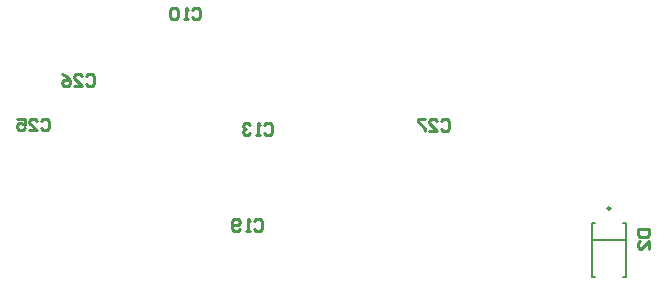
<source format=gbr>
G04*
G04 #@! TF.GenerationSoftware,Altium Limited,Altium Designer,24.6.1 (21)*
G04*
G04 Layer_Color=32896*
%FSLAX25Y25*%
%MOIN*%
G70*
G04*
G04 #@! TF.SameCoordinates,070BA572-D09E-44C5-9521-77B36399D436*
G04*
G04*
G04 #@! TF.FilePolarity,Positive*
G04*
G01*
G75*
%ADD10C,0.00984*%
%ADD13C,0.00787*%
%ADD17C,0.01000*%
D10*
X654492Y381279D02*
G03*
X654492Y381279I-492J0D01*
G01*
D13*
X648685Y370748D02*
X659315D01*
X648291Y376555D02*
X649295Y376555D01*
X658705D02*
X659709Y376555D01*
Y358445D02*
Y376555D01*
X648291Y358445D02*
X649295Y358445D01*
X658705D02*
X659709Y358445D01*
X648291D02*
Y376555D01*
D17*
X663532Y374347D02*
X667468D01*
Y372379D01*
X666812Y371723D01*
X664188D01*
X663532Y372379D01*
Y374347D01*
X667468Y367787D02*
Y370411D01*
X664844Y367787D01*
X664188D01*
X663532Y368443D01*
Y369755D01*
X664188Y370411D01*
X598076Y410480D02*
X598732Y411136D01*
X600044D01*
X600700Y410480D01*
Y407856D01*
X600044Y407200D01*
X598732D01*
X598076Y407856D01*
X594140Y407200D02*
X596764D01*
X594140Y409824D01*
Y410480D01*
X594796Y411136D01*
X596108D01*
X596764Y410480D01*
X592829Y411136D02*
X590205D01*
Y410480D01*
X592829Y407856D01*
Y407200D01*
X479576Y425480D02*
X480232Y426136D01*
X481544D01*
X482200Y425480D01*
Y422856D01*
X481544Y422200D01*
X480232D01*
X479576Y422856D01*
X475640Y422200D02*
X478264D01*
X475640Y424824D01*
Y425480D01*
X476296Y426136D01*
X477608D01*
X478264Y425480D01*
X471705Y426136D02*
X473017Y425480D01*
X474329Y424168D01*
Y422856D01*
X473673Y422200D01*
X472361D01*
X471705Y422856D01*
Y423512D01*
X472361Y424168D01*
X474329D01*
X464676Y410580D02*
X465332Y411236D01*
X466644D01*
X467300Y410580D01*
Y407956D01*
X466644Y407300D01*
X465332D01*
X464676Y407956D01*
X460740Y407300D02*
X463364D01*
X460740Y409924D01*
Y410580D01*
X461396Y411236D01*
X462708D01*
X463364Y410580D01*
X456805Y411236D02*
X459429D01*
Y409268D01*
X458117Y409924D01*
X457461D01*
X456805Y409268D01*
Y407956D01*
X457461Y407300D01*
X458773D01*
X459429Y407956D01*
X535576Y376980D02*
X536232Y377636D01*
X537544D01*
X538200Y376980D01*
Y374356D01*
X537544Y373700D01*
X536232D01*
X535576Y374356D01*
X534264Y373700D02*
X532952D01*
X533608D01*
Y377636D01*
X534264Y376980D01*
X530984Y374356D02*
X530329Y373700D01*
X529017D01*
X528361Y374356D01*
Y376980D01*
X529017Y377636D01*
X530329D01*
X530984Y376980D01*
Y376324D01*
X530329Y375668D01*
X528361D01*
X539076Y408980D02*
X539732Y409636D01*
X541044D01*
X541700Y408980D01*
Y406356D01*
X541044Y405700D01*
X539732D01*
X539076Y406356D01*
X537764Y405700D02*
X536452D01*
X537108D01*
Y409636D01*
X537764Y408980D01*
X534484D02*
X533828Y409636D01*
X532517D01*
X531861Y408980D01*
Y408324D01*
X532517Y407668D01*
X533173D01*
X532517D01*
X531861Y407012D01*
Y406356D01*
X532517Y405700D01*
X533828D01*
X534484Y406356D01*
X514976Y447580D02*
X515632Y448236D01*
X516944D01*
X517600Y447580D01*
Y444956D01*
X516944Y444300D01*
X515632D01*
X514976Y444956D01*
X513664Y444300D02*
X512352D01*
X513008D01*
Y448236D01*
X513664Y447580D01*
X510385D02*
X509728Y448236D01*
X508417D01*
X507761Y447580D01*
Y444956D01*
X508417Y444300D01*
X509728D01*
X510385Y444956D01*
Y447580D01*
M02*

</source>
